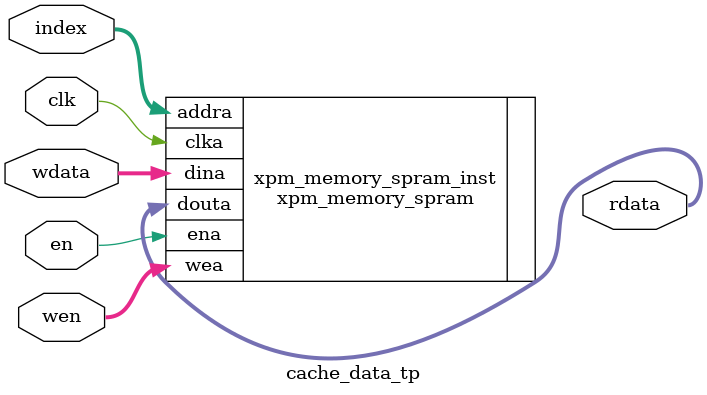
<source format=v>
`timescale 1ns / 1ps


module cache_data_tp(
    input          clk,
    input          en,
    input  [31 :0] wen,
    input  [6  :0] index,
    input  [255:0] wdata,
    output [255:0] rdata
);

       xpm_memory_spram #(
      .ADDR_WIDTH_A(7),              // DECIMAL
      .AUTO_SLEEP_TIME(0),           // DECIMAL
      .BYTE_WRITE_WIDTH_A(8),       // DECIMAL
      .CASCADE_HEIGHT(0),            // DECIMAL
      .ECC_MODE("no_ecc"),           // String
      .MEMORY_INIT_FILE("none"),     // String
      .MEMORY_INIT_PARAM("0"),       // String
      .MEMORY_OPTIMIZATION("true"),  // String
      .MEMORY_PRIMITIVE("auto"),     // String
      .MEMORY_SIZE(32768),            // DECIMAL
      .MESSAGE_CONTROL(0),           // DECIMAL
      .READ_DATA_WIDTH_A(256),        // DECIMAL
      .READ_LATENCY_A(1),            // DECIMAL
      .READ_RESET_VALUE_A("0"),      // String
      .RST_MODE_A("SYNC"),           // String
      .SIM_ASSERT_CHK(0),            // DECIMAL; 0=disable simulation messages, 1=enable simulation messages
      .USE_MEM_INIT(1),              // DECIMAL
      .WAKEUP_TIME("disable_sleep"), // String
      .WRITE_DATA_WIDTH_A(256),       // DECIMAL
      .WRITE_MODE_A("read_first")    // String
   )
   xpm_memory_spram_inst (
        .douta(rdata),  
        .addra(index),   
        .clka(clk),     
        .dina(wdata),   
        .ena(en),
        .wea(wen)                        
   );
    // cache_data_ram BANK_0_7(
    //     .clka(clk),
    //     .ena(en),
    //     .wea(wen),
    //     .addra(index),
    //     .dina(wdata),
    //     .douta(rdata)
    // );
endmodule

</source>
